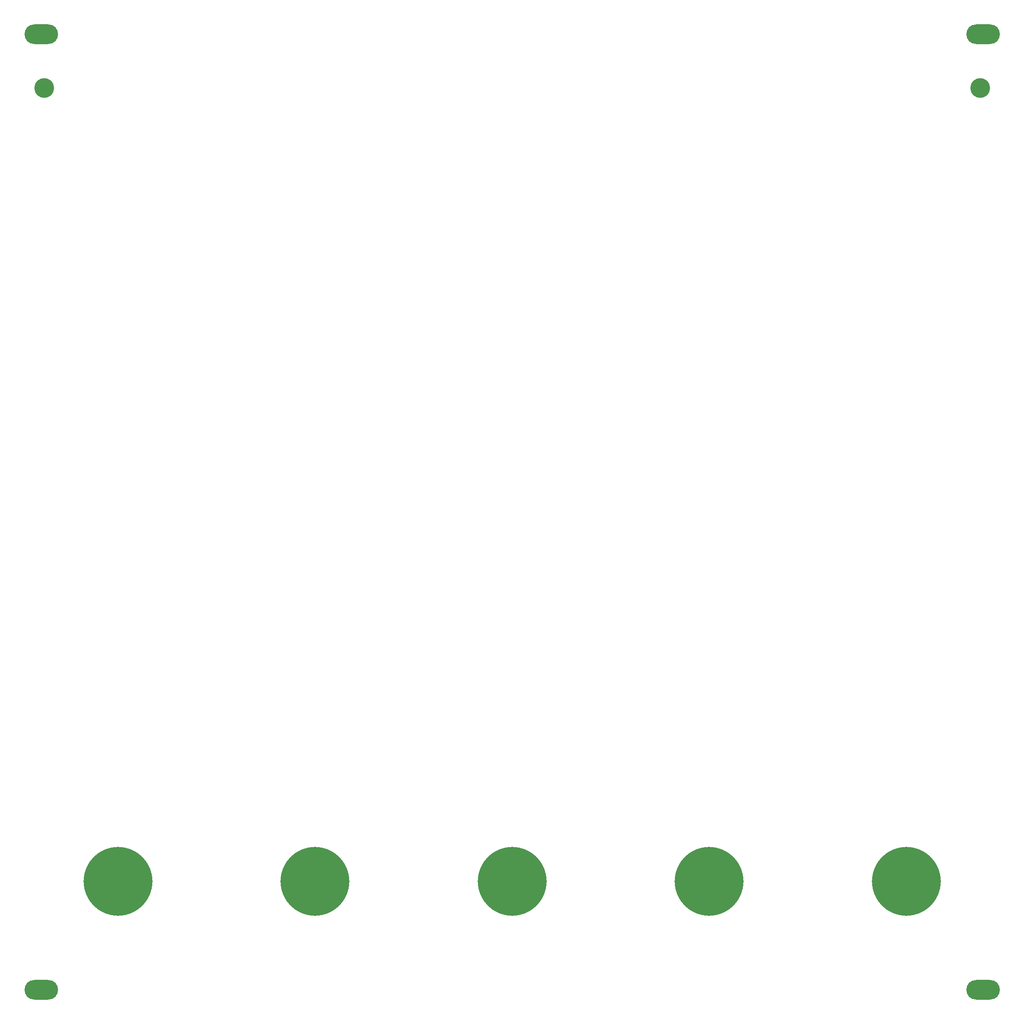
<source format=gbr>
G04 #@! TF.GenerationSoftware,KiCad,Pcbnew,5.1.10-88a1d61d58~90~ubuntu20.04.1*
G04 #@! TF.CreationDate,2021-09-22T19:39:52-04:00*
G04 #@! TF.ProjectId,ysFFB-panel,79734646-422d-4706-916e-656c2e6b6963,rev?*
G04 #@! TF.SameCoordinates,Original*
G04 #@! TF.FileFunction,Soldermask,Top*
G04 #@! TF.FilePolarity,Negative*
%FSLAX46Y46*%
G04 Gerber Fmt 4.6, Leading zero omitted, Abs format (unit mm)*
G04 Created by KiCad (PCBNEW 5.1.10-88a1d61d58~90~ubuntu20.04.1) date 2021-09-22 19:39:52*
%MOMM*%
%LPD*%
G01*
G04 APERTURE LIST*
%ADD10C,14.000000*%
%ADD11C,4.000000*%
%ADD12O,6.800000X4.000000*%
G04 APERTURE END LIST*
D10*
X180000000Y-175000000D03*
X140000000Y-175000000D03*
X100000000Y-175000000D03*
X60000000Y-175000000D03*
D11*
X195000000Y-14000000D03*
X5000000Y-14000000D03*
D10*
X20000000Y-175000000D03*
D12*
X195600000Y-3000000D03*
X195600000Y-197000000D03*
X4400000Y-3000000D03*
X4400000Y-197000000D03*
M02*

</source>
